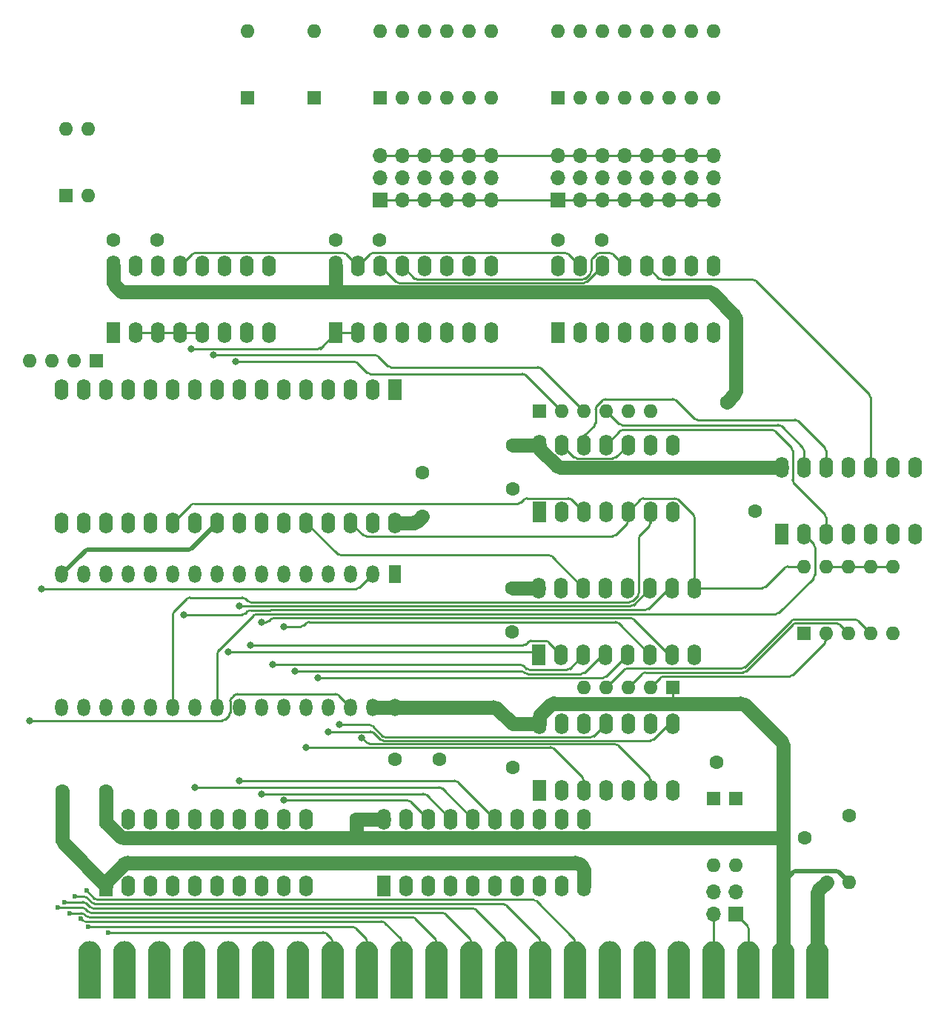
<source format=gbr>
%TF.GenerationSoftware,KiCad,Pcbnew,7.0.9*%
%TF.CreationDate,2023-11-18T14:26:47+01:00*%
%TF.ProjectId,kim-1-RAM-ROM,6b696d2d-312d-4524-914d-2d524f4d2e6b,rev?*%
%TF.SameCoordinates,Original*%
%TF.FileFunction,Copper,L1,Top*%
%TF.FilePolarity,Positive*%
%FSLAX46Y46*%
G04 Gerber Fmt 4.6, Leading zero omitted, Abs format (unit mm)*
G04 Created by KiCad (PCBNEW 7.0.9) date 2023-11-18 14:26:47*
%MOMM*%
%LPD*%
G01*
G04 APERTURE LIST*
G04 Aperture macros list*
%AMFreePoly0*
4,1,22,-1.300000,3.270000,1.300000,3.270000,1.300000,-1.970000,1.280250,-2.195743,1.221600,-2.414626,1.125833,-2.620000,0.995858,-2.805624,0.835624,-2.965858,0.650000,-3.095833,0.444626,-3.191600,0.225743,-3.250250,0.000000,-3.270000,-0.225743,-3.250250,-0.444626,-3.191600,-0.650000,-3.095833,-0.835624,-2.965858,-0.995858,-2.805624,-1.125833,-2.620000,-1.221600,-2.414626,-1.280250,-2.195743,
-1.300000,-1.970000,-1.300000,3.270000,-1.300000,3.270000,$1*%
G04 Aperture macros list end*
%TA.AperFunction,ComponentPad*%
%ADD10R,1.600000X2.400000*%
%TD*%
%TA.AperFunction,ComponentPad*%
%ADD11O,1.600000X2.400000*%
%TD*%
%TA.AperFunction,ComponentPad*%
%ADD12R,1.600000X1.600000*%
%TD*%
%TA.AperFunction,ComponentPad*%
%ADD13O,1.600000X1.600000*%
%TD*%
%TA.AperFunction,ComponentPad*%
%ADD14C,1.600000*%
%TD*%
%TA.AperFunction,ConnectorPad*%
%ADD15FreePoly0,180.000000*%
%TD*%
%TA.AperFunction,ComponentPad*%
%ADD16R,1.700000X1.700000*%
%TD*%
%TA.AperFunction,ComponentPad*%
%ADD17O,1.700000X1.700000*%
%TD*%
%TA.AperFunction,ComponentPad*%
%ADD18R,1.440000X2.000000*%
%TD*%
%TA.AperFunction,ComponentPad*%
%ADD19O,1.440000X2.000000*%
%TD*%
%TA.AperFunction,ViaPad*%
%ADD20C,1.600000*%
%TD*%
%TA.AperFunction,ViaPad*%
%ADD21C,1.200000*%
%TD*%
%TA.AperFunction,ViaPad*%
%ADD22C,0.600000*%
%TD*%
%TA.AperFunction,ViaPad*%
%ADD23C,0.800000*%
%TD*%
%TA.AperFunction,Conductor*%
%ADD24C,0.250000*%
%TD*%
%TA.AperFunction,Conductor*%
%ADD25C,1.600000*%
%TD*%
%TA.AperFunction,Conductor*%
%ADD26C,0.500000*%
%TD*%
G04 APERTURE END LIST*
D10*
%TO.P,U1,1*%
%TO.N,Net-(D1-K)*%
X144900000Y-147650000D03*
D11*
%TO.P,U1,2*%
%TO.N,Net-(U10-OE)*%
X147440000Y-147650000D03*
%TO.P,U1,3*%
%TO.N,Net-(U1-Pad3)*%
X149980000Y-147650000D03*
%TO.P,U1,4*%
%TO.N,Net-(D2-K)*%
X152520000Y-147650000D03*
%TO.P,U1,5*%
%TO.N,GND*%
X155060000Y-147650000D03*
%TO.P,U1,6*%
%TO.N,unconnected-(U1-Pad6)*%
X157600000Y-147650000D03*
%TO.P,U1,7,GND*%
%TO.N,GND*%
X160140000Y-147650000D03*
%TO.P,U1,8*%
%TO.N,unconnected-(U1-Pad8)*%
X160140000Y-140030000D03*
%TO.P,U1,9*%
%TO.N,GND*%
X157600000Y-140030000D03*
%TO.P,U1,10*%
%TO.N,Net-(U7-P3)*%
X155060000Y-140030000D03*
%TO.P,U1,11*%
%TO.N,/A15*%
X152520000Y-140030000D03*
%TO.P,U1,12*%
%TO.N,Net-(U1-Pad12)*%
X149980000Y-140030000D03*
%TO.P,U1,13*%
%TO.N,Net-(RN2-R3)*%
X147440000Y-140030000D03*
%TO.P,U1,14,VCC*%
%TO.N,+5V*%
X144900000Y-140030000D03*
%TD*%
D12*
%TO.P,SW1,1*%
%TO.N,Net-(D1-K)*%
X147440000Y-158950000D03*
D13*
%TO.P,SW1,2*%
%TO.N,Net-(RN1-R1)*%
X149980000Y-158950000D03*
%TO.P,SW1,3*%
%TO.N,Net-(RN1-R2)*%
X152520000Y-158950000D03*
%TO.P,SW1,4*%
%TO.N,Net-(RN1-R3)*%
X155060000Y-158950000D03*
%TO.P,SW1,5*%
%TO.N,Net-(RN1-R4)*%
X157600000Y-158950000D03*
%TO.P,SW1,6*%
%TO.N,Net-(U11-CS2)*%
X157600000Y-151330000D03*
%TO.P,SW1,7*%
X155060000Y-151330000D03*
%TO.P,SW1,8*%
X152520000Y-151330000D03*
%TO.P,SW1,9*%
X149980000Y-151330000D03*
%TO.P,SW1,10*%
X147440000Y-151330000D03*
%TD*%
D14*
%TO.P,C12,1*%
%TO.N,+5V*%
X145080000Y-187390000D03*
%TO.P,C12,2*%
%TO.N,GND*%
X150080000Y-187390000D03*
%TD*%
%TO.P,R2,1*%
%TO.N,Net-(D2-A)*%
X152630000Y-179770000D03*
D13*
%TO.P,R2,2*%
%TO.N,+5V*%
X152630000Y-187390000D03*
%TD*%
D10*
%TO.P,U4,1,G1*%
%TO.N,GND*%
X99440000Y-187810000D03*
D11*
%TO.P,U4,2,A0*%
%TO.N,/KIM_A8*%
X101980000Y-187810000D03*
%TO.P,U4,3,A1*%
%TO.N,/KIM_A9*%
X104520000Y-187810000D03*
%TO.P,U4,4,A2*%
%TO.N,/KIM_A10*%
X107060000Y-187810000D03*
%TO.P,U4,5,A3*%
%TO.N,/KIM_A11*%
X109600000Y-187810000D03*
%TO.P,U4,6,A4*%
%TO.N,/KIM_A12*%
X112140000Y-187810000D03*
%TO.P,U4,7,A5*%
%TO.N,/KIM_A13*%
X114680000Y-187810000D03*
%TO.P,U4,8,A6*%
%TO.N,/KIM_A14*%
X117220000Y-187810000D03*
%TO.P,U4,9,A7*%
%TO.N,/KIM_A15*%
X119760000Y-187810000D03*
%TO.P,U4,10,GND*%
%TO.N,GND*%
X122300000Y-187810000D03*
%TO.P,U4,11,Y7*%
%TO.N,/A15*%
X122300000Y-180190000D03*
%TO.P,U4,12,Y6*%
%TO.N,/A14*%
X119760000Y-180190000D03*
%TO.P,U4,13,Y5*%
%TO.N,/A13*%
X117220000Y-180190000D03*
%TO.P,U4,14,Y4*%
%TO.N,/A12*%
X114680000Y-180190000D03*
%TO.P,U4,15,Y3*%
%TO.N,/A11*%
X112140000Y-180190000D03*
%TO.P,U4,16,Y2*%
%TO.N,/A10*%
X109600000Y-180190000D03*
%TO.P,U4,17,Y1*%
%TO.N,/A9*%
X107060000Y-180190000D03*
%TO.P,U4,18,Y0*%
%TO.N,/A8*%
X104520000Y-180190000D03*
%TO.P,U4,19,G2*%
%TO.N,GND*%
X101980000Y-180190000D03*
%TO.P,U4,20,VCC*%
%TO.N,+5V*%
X99440000Y-180190000D03*
%TD*%
D10*
%TO.P,U2,1*%
%TO.N,/A13*%
X117220000Y-176950000D03*
D11*
%TO.P,U2,2*%
%TO.N,Net-(RN1-R3)*%
X119760000Y-176950000D03*
%TO.P,U2,3*%
%TO.N,Net-(U10-A13)*%
X122300000Y-176950000D03*
%TO.P,U2,4*%
%TO.N,/A15*%
X124840000Y-176950000D03*
%TO.P,U2,5*%
%TO.N,Net-(RN1-R1)*%
X127380000Y-176950000D03*
%TO.P,U2,6*%
%TO.N,Net-(U10-A15)*%
X129920000Y-176950000D03*
%TO.P,U2,7,GND*%
%TO.N,GND*%
X132460000Y-176950000D03*
%TO.P,U2,8*%
%TO.N,Net-(U10-A14)*%
X132460000Y-169330000D03*
%TO.P,U2,9*%
%TO.N,/A14*%
X129920000Y-169330000D03*
%TO.P,U2,10*%
%TO.N,Net-(RN1-R2)*%
X127380000Y-169330000D03*
%TO.P,U2,11*%
%TO.N,Net-(U10-A12)*%
X124840000Y-169330000D03*
%TO.P,U2,12*%
%TO.N,Net-(RN1-R4)*%
X122300000Y-169330000D03*
%TO.P,U2,13*%
%TO.N,/A12*%
X119760000Y-169330000D03*
%TO.P,U2,14,VCC*%
%TO.N,+5V*%
X117220000Y-169330000D03*
%TD*%
D10*
%TO.P,U7,1,Q0*%
%TO.N,Net-(U7-Q0)*%
X119370000Y-124640000D03*
D11*
%TO.P,U7,2,Q1*%
%TO.N,Net-(U7-Q1)*%
X121910000Y-124640000D03*
%TO.P,U7,3,Q2*%
%TO.N,Net-(U7-Q2)*%
X124450000Y-124640000D03*
%TO.P,U7,4,Q3*%
%TO.N,Net-(U7-Q3)*%
X126990000Y-124640000D03*
%TO.P,U7,5,Q4*%
%TO.N,Net-(U7-Q4)*%
X129530000Y-124640000D03*
%TO.P,U7,6,Q5*%
%TO.N,Net-(U7-Q5)*%
X132070000Y-124640000D03*
%TO.P,U7,7,Q6*%
%TO.N,Net-(U7-Q6)*%
X134610000Y-124640000D03*
%TO.P,U7,8,GND*%
%TO.N,GND*%
X137150000Y-124640000D03*
%TO.P,U7,9,Q7*%
%TO.N,Net-(U7-Q7)*%
X137150000Y-117020000D03*
%TO.P,U7,10,Q8*%
%TO.N,unconnected-(U7-Q8-Pad10)*%
X134610000Y-117020000D03*
%TO.P,U7,11,Q9*%
%TO.N,unconnected-(U7-Q9-Pad11)*%
X132070000Y-117020000D03*
%TO.P,U7,12,P3*%
%TO.N,Net-(U7-P3)*%
X129530000Y-117020000D03*
%TO.P,U7,13,P2*%
%TO.N,/A14*%
X126990000Y-117020000D03*
%TO.P,U7,14,P1*%
%TO.N,/A13*%
X124450000Y-117020000D03*
%TO.P,U7,15,P0*%
%TO.N,/A12*%
X121910000Y-117020000D03*
%TO.P,U7,16,VCC*%
%TO.N,+5V*%
X119370000Y-117020000D03*
%TD*%
D14*
%TO.P,C6,1*%
%TO.N,+5V*%
X114150000Y-153800000D03*
%TO.P,C6,2*%
%TO.N,GND*%
X114150000Y-158800000D03*
%TD*%
D10*
%TO.P,U6,1*%
%TO.N,/A3*%
X117200000Y-161420000D03*
D11*
%TO.P,U6,2*%
%TO.N,/A4*%
X119740000Y-161420000D03*
%TO.P,U6,3*%
%TO.N,/A5*%
X122280000Y-161420000D03*
%TO.P,U6,4*%
%TO.N,/A6*%
X124820000Y-161420000D03*
%TO.P,U6,5*%
%TO.N,/A7*%
X127360000Y-161420000D03*
%TO.P,U6,6*%
%TO.N,/A8*%
X129900000Y-161420000D03*
%TO.P,U6,7*%
%TO.N,/A9*%
X132440000Y-161420000D03*
%TO.P,U6,8,GND*%
%TO.N,GND*%
X134980000Y-161420000D03*
%TO.P,U6,9*%
%TO.N,Net-(U11-CS2)*%
X134980000Y-153800000D03*
%TO.P,U6,10*%
%TO.N,/A10*%
X132440000Y-153800000D03*
%TO.P,U6,11*%
%TO.N,/A11*%
X129900000Y-153800000D03*
%TO.P,U6,12*%
%TO.N,/A15*%
X127360000Y-153800000D03*
%TO.P,U6,13*%
%TO.N,/A14*%
X124820000Y-153800000D03*
%TO.P,U6,14*%
%TO.N,/A13*%
X122280000Y-153800000D03*
%TO.P,U6,15*%
%TO.N,/A12*%
X119740000Y-153800000D03*
%TO.P,U6,16,VCC*%
%TO.N,+5V*%
X117200000Y-153800000D03*
%TD*%
D15*
%TO.P,X1,1,SYNC*%
%TO.N,unconnected-(X1-SYNC-Pad1)*%
X65880000Y-197460000D03*
%TO.P,X1,2,~{RDY}*%
%TO.N,unconnected-(X1-~{RDY}-Pad2)*%
X69840000Y-197460000D03*
%TO.P,X1,3,\u00D81*%
%TO.N,unconnected-(X1-\u00D81-Pad3)*%
X73800000Y-197460000D03*
%TO.P,X1,4,~{IRQ}*%
%TO.N,unconnected-(X1-~{IRQ}-Pad4)*%
X77760000Y-197460000D03*
%TO.P,X1,5,R0*%
%TO.N,unconnected-(X1-R0-Pad5)*%
X81720000Y-197460000D03*
%TO.P,X1,6,~{NMI}*%
%TO.N,unconnected-(X1-~{NMI}-Pad6)*%
X85680000Y-197460000D03*
%TO.P,X1,7,~{RES}*%
%TO.N,unconnected-(X1-~{RES}-Pad7)*%
X89640000Y-197460000D03*
%TO.P,X1,8,D7*%
%TO.N,/D7*%
X93600000Y-197460000D03*
%TO.P,X1,9,D6*%
%TO.N,/D6*%
X97560000Y-197460000D03*
%TO.P,X1,10,D5*%
%TO.N,/D5*%
X101520000Y-197460000D03*
%TO.P,X1,11,D4*%
%TO.N,/D4*%
X105480000Y-197460000D03*
%TO.P,X1,12,D3*%
%TO.N,/D3*%
X109440000Y-197460000D03*
%TO.P,X1,13,D2*%
%TO.N,/D2*%
X113400000Y-197460000D03*
%TO.P,X1,14,D1*%
%TO.N,/D1*%
X117360000Y-197460000D03*
%TO.P,X1,15,D0*%
%TO.N,/D0*%
X121320000Y-197460000D03*
%TO.P,X1,16,K6*%
%TO.N,unconnected-(X1-K6-Pad16)*%
X125280000Y-197460000D03*
%TO.P,X1,17,SST*%
%TO.N,unconnected-(X1-SST-Pad17)*%
X129240000Y-197460000D03*
%TO.P,X1,18,+7.5V_RAW*%
%TO.N,unconnected-(X1-+7.5V_RAW-Pad18)*%
X133200000Y-197460000D03*
%TO.P,X1,19,~{VECTOR_FETCH}*%
%TO.N,/K7*%
X137160000Y-197460000D03*
%TO.P,X1,20,~{DECODE_ENABLE}*%
%TO.N,/~{DECEN}*%
X141120000Y-197460000D03*
%TO.P,X1,21,+5V*%
%TO.N,+5V*%
X145080000Y-197460000D03*
%TO.P,X1,22,GND*%
%TO.N,GND*%
X149040000Y-197460000D03*
%TD*%
D10*
%TO.P,U5,1,G1*%
%TO.N,GND*%
X67740000Y-187810000D03*
D11*
%TO.P,U5,2,A0*%
%TO.N,/KIM_A0*%
X70280000Y-187810000D03*
%TO.P,U5,3,A1*%
%TO.N,/KIM_A1*%
X72820000Y-187810000D03*
%TO.P,U5,4,A2*%
%TO.N,/KIM_A2*%
X75360000Y-187810000D03*
%TO.P,U5,5,A3*%
%TO.N,/KIM_A3*%
X77900000Y-187810000D03*
%TO.P,U5,6,A4*%
%TO.N,/KIM_A4*%
X80440000Y-187810000D03*
%TO.P,U5,7,A5*%
%TO.N,/KIM_A5*%
X82980000Y-187810000D03*
%TO.P,U5,8,A6*%
%TO.N,/KIM_A6*%
X85520000Y-187810000D03*
%TO.P,U5,9,A7*%
%TO.N,/KIM_A7*%
X88060000Y-187810000D03*
%TO.P,U5,10,GND*%
%TO.N,GND*%
X90600000Y-187810000D03*
%TO.P,U5,11,Y7*%
%TO.N,/A7*%
X90600000Y-180190000D03*
%TO.P,U5,12,Y6*%
%TO.N,/A6*%
X88060000Y-180190000D03*
%TO.P,U5,13,Y5*%
%TO.N,/A5*%
X85520000Y-180190000D03*
%TO.P,U5,14,Y4*%
%TO.N,/A4*%
X82980000Y-180190000D03*
%TO.P,U5,15,Y3*%
%TO.N,/A3*%
X80440000Y-180190000D03*
%TO.P,U5,16,Y2*%
%TO.N,/A2*%
X77900000Y-180190000D03*
%TO.P,U5,17,Y1*%
%TO.N,/A1*%
X75360000Y-180190000D03*
%TO.P,U5,18,Y0*%
%TO.N,/A0*%
X72820000Y-180190000D03*
%TO.P,U5,19,G2*%
%TO.N,GND*%
X70280000Y-180190000D03*
%TO.P,U5,20,VCC*%
%TO.N,+5V*%
X67740000Y-180190000D03*
%TD*%
D12*
%TO.P,RN1,1,common*%
%TO.N,+5V*%
X132460000Y-165190000D03*
D13*
%TO.P,RN1,2,R1*%
%TO.N,Net-(RN1-R1)*%
X129920000Y-165190000D03*
%TO.P,RN1,3,R2*%
%TO.N,Net-(RN1-R2)*%
X127380000Y-165190000D03*
%TO.P,RN1,4,R3*%
%TO.N,Net-(RN1-R3)*%
X124840000Y-165190000D03*
%TO.P,RN1,5,R4*%
%TO.N,Net-(RN1-R4)*%
X122300000Y-165190000D03*
%TD*%
D14*
%TO.P,C5,1*%
%TO.N,+5V*%
X67740000Y-176990000D03*
%TO.P,C5,2*%
%TO.N,GND*%
X62740000Y-176990000D03*
%TD*%
D12*
%TO.P,D1,1,K*%
%TO.N,Net-(D1-K)*%
X137160000Y-177870000D03*
D13*
%TO.P,D1,2,A*%
%TO.N,Net-(D1-A)*%
X137160000Y-185490000D03*
%TD*%
D14*
%TO.P,C13,1*%
%TO.N,+5V*%
X145080000Y-182390000D03*
%TO.P,C13,2*%
%TO.N,GND*%
X147580000Y-182390000D03*
%TD*%
%TO.P,C7,1*%
%TO.N,+5V*%
X119370000Y-114030000D03*
%TO.P,C7,2*%
%TO.N,GND*%
X124369901Y-114030000D03*
%TD*%
%TO.P,C11,1*%
%TO.N,+5V*%
X103830000Y-145620000D03*
%TO.P,C11,2*%
%TO.N,GND*%
X103830000Y-140620000D03*
%TD*%
D10*
%TO.P,U9,1,Q0*%
%TO.N,unconnected-(U9-Q0-Pad1)*%
X68570000Y-124640000D03*
D11*
%TO.P,U9,2,Q1*%
%TO.N,Net-(U9-Q1)*%
X71110000Y-124640000D03*
%TO.P,U9,3,Q2*%
X73650000Y-124640000D03*
%TO.P,U9,4,Q3*%
X76190000Y-124640000D03*
%TO.P,U9,5,Q4*%
X78730000Y-124640000D03*
%TO.P,U9,6,Q5*%
%TO.N,unconnected-(U9-Q5-Pad6)*%
X81270000Y-124640000D03*
%TO.P,U9,7,Q6*%
%TO.N,Net-(U9-Q6)*%
X83810000Y-124640000D03*
%TO.P,U9,8,GND*%
%TO.N,GND*%
X86350000Y-124640000D03*
%TO.P,U9,9,Q7*%
%TO.N,Net-(U9-Q6)*%
X86350000Y-117020000D03*
%TO.P,U9,10,Q8*%
%TO.N,unconnected-(U9-Q8-Pad10)*%
X83810000Y-117020000D03*
%TO.P,U9,11,Q9*%
%TO.N,unconnected-(U9-Q9-Pad11)*%
X81270000Y-117020000D03*
%TO.P,U9,12,P3*%
%TO.N,Net-(RN2-R3)*%
X78730000Y-117020000D03*
%TO.P,U9,13,P2*%
%TO.N,/A12*%
X76190000Y-117020000D03*
%TO.P,U9,14,P1*%
%TO.N,/A11*%
X73650000Y-117020000D03*
%TO.P,U9,15,P0*%
%TO.N,/A10*%
X71110000Y-117020000D03*
%TO.P,U9,16,VCC*%
%TO.N,+5V*%
X68570000Y-117020000D03*
%TD*%
D16*
%TO.P,J1,1,Pin_1*%
%TO.N,Net-(J1-Pin_1)*%
X119370000Y-109460000D03*
D17*
%TO.P,J1,2,Pin_2*%
%TO.N,Net-(J1-Pin_2)*%
X119370000Y-106920000D03*
%TO.P,J1,3,Pin_3*%
%TO.N,Net-(J1-Pin_12)*%
X119370000Y-104380000D03*
%TO.P,J1,4,Pin_4*%
%TO.N,Net-(J1-Pin_1)*%
X121910000Y-109460000D03*
%TO.P,J1,5,Pin_5*%
%TO.N,Net-(J1-Pin_5)*%
X121910000Y-106920000D03*
%TO.P,J1,6,Pin_6*%
%TO.N,Net-(J1-Pin_12)*%
X121910000Y-104380000D03*
%TO.P,J1,7,Pin_7*%
%TO.N,Net-(J1-Pin_1)*%
X124450000Y-109460000D03*
%TO.P,J1,8,Pin_8*%
%TO.N,Net-(J1-Pin_8)*%
X124450000Y-106920000D03*
%TO.P,J1,9,Pin_9*%
%TO.N,Net-(J1-Pin_12)*%
X124450000Y-104380000D03*
%TO.P,J1,10,Pin_10*%
%TO.N,Net-(J1-Pin_1)*%
X126990000Y-109460000D03*
%TO.P,J1,11,Pin_11*%
%TO.N,Net-(J1-Pin_11)*%
X126990000Y-106920000D03*
%TO.P,J1,12,Pin_12*%
%TO.N,Net-(J1-Pin_12)*%
X126990000Y-104380000D03*
%TO.P,J1,13,Pin_13*%
%TO.N,Net-(J1-Pin_1)*%
X129530000Y-109460000D03*
%TO.P,J1,14,Pin_14*%
%TO.N,Net-(J1-Pin_14)*%
X129530000Y-106920000D03*
%TO.P,J1,15,Pin_15*%
%TO.N,Net-(J1-Pin_12)*%
X129530000Y-104380000D03*
%TO.P,J1,16,Pin_16*%
%TO.N,Net-(J1-Pin_1)*%
X132070000Y-109460000D03*
%TO.P,J1,17,Pin_17*%
%TO.N,Net-(J1-Pin_17)*%
X132070000Y-106920000D03*
%TO.P,J1,18,Pin_18*%
%TO.N,Net-(J1-Pin_12)*%
X132070000Y-104380000D03*
%TO.P,J1,19,Pin_\u00BA9*%
%TO.N,Net-(J1-Pin_1)*%
X134610000Y-109460000D03*
%TO.P,J1,20,Pin_20*%
%TO.N,Net-(J1-Pin_20)*%
X134610000Y-106920000D03*
%TO.P,J1,21,Pin_21*%
%TO.N,Net-(J1-Pin_12)*%
X134610000Y-104380000D03*
%TO.P,J1,22,Pin_22*%
%TO.N,Net-(J1-Pin_1)*%
X137150000Y-109460000D03*
%TO.P,J1,23,Pin_23*%
%TO.N,Net-(J1-Pin_23)*%
X137150000Y-106920000D03*
%TO.P,J1,24,Pin_24*%
%TO.N,Net-(J1-Pin_12)*%
X137150000Y-104380000D03*
%TD*%
D14*
%TO.P,C4,1*%
%TO.N,+5V*%
X96310000Y-180190000D03*
%TO.P,C4,2*%
%TO.N,GND*%
X96310000Y-185190000D03*
%TD*%
D18*
%TO.P,U10,1,NC*%
%TO.N,unconnected-(U10-NC-Pad1)*%
X100780000Y-152190000D03*
D19*
%TO.P,U10,2,A16*%
%TO.N,Net-(RN3-R2)*%
X98240000Y-152190000D03*
%TO.P,U10,3,A15*%
%TO.N,Net-(U10-A15)*%
X95700000Y-152190000D03*
%TO.P,U10,4,A12*%
%TO.N,Net-(U10-A12)*%
X93160000Y-152190000D03*
%TO.P,U10,5,A7*%
%TO.N,/A7*%
X90620000Y-152190000D03*
%TO.P,U10,6,A6*%
%TO.N,/A6*%
X88080000Y-152190000D03*
%TO.P,U10,7,A5*%
%TO.N,/A5*%
X85540000Y-152190000D03*
%TO.P,U10,8,A4*%
%TO.N,/A4*%
X83000000Y-152190000D03*
%TO.P,U10,9,A3*%
%TO.N,/A3*%
X80460000Y-152190000D03*
%TO.P,U10,10,A2*%
%TO.N,/A2*%
X77920000Y-152190000D03*
%TO.P,U10,11,A1*%
%TO.N,/A1*%
X75380000Y-152190000D03*
%TO.P,U10,12,A0*%
%TO.N,/A0*%
X72840000Y-152190000D03*
%TO.P,U10,13,D0*%
%TO.N,/D0*%
X70300000Y-152190000D03*
%TO.P,U10,14,D1*%
%TO.N,/D1*%
X67760000Y-152190000D03*
%TO.P,U10,15,D2*%
%TO.N,/D2*%
X65220000Y-152190000D03*
%TO.P,U10,16,GND*%
%TO.N,GND*%
X62680000Y-152190000D03*
%TO.P,U10,17,D3*%
%TO.N,/D3*%
X62680000Y-167430000D03*
%TO.P,U10,18,D4*%
%TO.N,/D4*%
X65220000Y-167430000D03*
%TO.P,U10,19,D5*%
%TO.N,/D5*%
X67760000Y-167430000D03*
%TO.P,U10,20,D6*%
%TO.N,/D6*%
X70300000Y-167430000D03*
%TO.P,U10,21,D7*%
%TO.N,/D7*%
X72840000Y-167430000D03*
%TO.P,U10,22,CE*%
%TO.N,Net-(U10-CE)*%
X75380000Y-167430000D03*
%TO.P,U10,23,A10*%
%TO.N,/A10*%
X77920000Y-167430000D03*
%TO.P,U10,24,OE*%
%TO.N,Net-(U10-OE)*%
X80460000Y-167430000D03*
%TO.P,U10,25,A11*%
%TO.N,/A11*%
X83000000Y-167430000D03*
%TO.P,U10,26,A9*%
%TO.N,/A9*%
X85540000Y-167430000D03*
%TO.P,U10,27,A8*%
%TO.N,/A8*%
X88080000Y-167430000D03*
%TO.P,U10,28,A13*%
%TO.N,Net-(U10-A13)*%
X90620000Y-167430000D03*
%TO.P,U10,29,A14*%
%TO.N,Net-(U10-A14)*%
X93160000Y-167430000D03*
%TO.P,U10,30,A17*%
%TO.N,Net-(RN3-R3)*%
X95700000Y-167430000D03*
%TO.P,U10,31,PGM*%
%TO.N,+5V*%
X98240000Y-167430000D03*
%TO.P,U10,32,VCC*%
X100780000Y-167430000D03*
%TD*%
D12*
%TO.P,SW5,1*%
%TO.N,Net-(U9-Q1)*%
X83890000Y-97780000D03*
D13*
%TO.P,SW5,2*%
%TO.N,Net-(RN2-R2)*%
X83890000Y-90160000D03*
%TD*%
D14*
%TO.P,C8,1*%
%TO.N,+5V*%
X93970000Y-114040000D03*
%TO.P,C8,2*%
%TO.N,GND*%
X98970000Y-114040000D03*
%TD*%
D10*
%TO.P,U8,1,Q0*%
%TO.N,Net-(RN2-R3)*%
X93970000Y-124640000D03*
D11*
%TO.P,U8,2,Q1*%
X96510000Y-124640000D03*
%TO.P,U8,3,Q2*%
%TO.N,Net-(U8-Q2)*%
X99050000Y-124640000D03*
%TO.P,U8,4,Q3*%
%TO.N,Net-(U8-Q3)*%
X101590000Y-124640000D03*
%TO.P,U8,5,Q4*%
%TO.N,Net-(U8-Q4)*%
X104130000Y-124640000D03*
%TO.P,U8,6,Q5*%
%TO.N,Net-(U8-Q5)*%
X106670000Y-124640000D03*
%TO.P,U8,7,Q6*%
%TO.N,Net-(U8-Q6)*%
X109210000Y-124640000D03*
%TO.P,U8,8,GND*%
%TO.N,GND*%
X111750000Y-124640000D03*
%TO.P,U8,9,Q7*%
%TO.N,Net-(U8-Q7)*%
X111750000Y-117020000D03*
%TO.P,U8,10,Q8*%
%TO.N,unconnected-(U8-Q8-Pad10)*%
X109210000Y-117020000D03*
%TO.P,U8,11,Q9*%
%TO.N,unconnected-(U8-Q9-Pad11)*%
X106670000Y-117020000D03*
%TO.P,U8,12,P3*%
%TO.N,/A15*%
X104130000Y-117020000D03*
%TO.P,U8,13,P2*%
%TO.N,/A14*%
X101590000Y-117020000D03*
%TO.P,U8,14,P1*%
%TO.N,/A13*%
X99050000Y-117020000D03*
%TO.P,U8,15,P0*%
%TO.N,/A12*%
X96510000Y-117020000D03*
%TO.P,U8,16,VCC*%
%TO.N,+5V*%
X93970000Y-117020000D03*
%TD*%
D12*
%TO.P,RN3,1,common*%
%TO.N,+5V*%
X66600000Y-127830000D03*
D13*
%TO.P,RN3,2,R1*%
%TO.N,unconnected-(RN3-R1-Pad2)*%
X64060000Y-127830000D03*
%TO.P,RN3,3,R2*%
%TO.N,Net-(RN3-R2)*%
X61520000Y-127830000D03*
%TO.P,RN3,4,R3*%
%TO.N,Net-(RN3-R3)*%
X58980000Y-127830000D03*
%TD*%
D16*
%TO.P,J2,1,Pin_1*%
%TO.N,Net-(J1-Pin_1)*%
X99050000Y-109460000D03*
D17*
%TO.P,J2,2,Pin_2*%
%TO.N,Net-(J2-Pin_2)*%
X99050000Y-106920000D03*
%TO.P,J2,3,Pin_3*%
%TO.N,Net-(J1-Pin_12)*%
X99050000Y-104380000D03*
%TO.P,J2,4,Pin_4*%
%TO.N,Net-(J1-Pin_1)*%
X101590000Y-109460000D03*
%TO.P,J2,5,Pin_5*%
%TO.N,Net-(J2-Pin_5)*%
X101590000Y-106920000D03*
%TO.P,J2,6,Pin_6*%
%TO.N,Net-(J1-Pin_12)*%
X101590000Y-104380000D03*
%TO.P,J2,7,Pin_7*%
%TO.N,Net-(J1-Pin_1)*%
X104130000Y-109460000D03*
%TO.P,J2,8,Pin_8*%
%TO.N,Net-(J2-Pin_8)*%
X104130000Y-106920000D03*
%TO.P,J2,9,Pin_9*%
%TO.N,Net-(J1-Pin_12)*%
X104130000Y-104380000D03*
%TO.P,J2,10,Pin_10*%
%TO.N,Net-(J1-Pin_1)*%
X106670000Y-109460000D03*
%TO.P,J2,11,Pin_11*%
%TO.N,Net-(J2-Pin_11)*%
X106670000Y-106920000D03*
%TO.P,J2,12,Pin_12*%
%TO.N,Net-(J1-Pin_12)*%
X106670000Y-104380000D03*
%TO.P,J2,13,Pin_13*%
%TO.N,Net-(J1-Pin_1)*%
X109210000Y-109460000D03*
%TO.P,J2,14,Pin_14*%
%TO.N,Net-(J2-Pin_14)*%
X109210000Y-106920000D03*
%TO.P,J2,15,Pin_15*%
%TO.N,Net-(J1-Pin_12)*%
X109210000Y-104380000D03*
%TO.P,J2,16,Pin_16*%
%TO.N,Net-(J1-Pin_1)*%
X111750000Y-109460000D03*
%TO.P,J2,17,Pin_17*%
%TO.N,Net-(J2-Pin_17)*%
X111750000Y-106920000D03*
%TO.P,J2,18,Pin_18*%
%TO.N,Net-(J1-Pin_12)*%
X111750000Y-104380000D03*
%TD*%
D14*
%TO.P,C9,1*%
%TO.N,+5V*%
X68570000Y-114040000D03*
%TO.P,C9,2*%
%TO.N,GND*%
X73570000Y-114040000D03*
%TD*%
D10*
%TO.P,U11,1,NC*%
%TO.N,unconnected-(U11-NC-Pad1)*%
X100780000Y-131090000D03*
D11*
%TO.P,U11,2,A16*%
%TO.N,GND*%
X98240000Y-131090000D03*
%TO.P,U11,3,A14*%
%TO.N,/A14*%
X95700000Y-131090000D03*
%TO.P,U11,4,A12*%
%TO.N,/A12*%
X93160000Y-131090000D03*
%TO.P,U11,5,A7*%
%TO.N,/A7*%
X90620000Y-131090000D03*
%TO.P,U11,6,A6*%
%TO.N,/A6*%
X88080000Y-131090000D03*
%TO.P,U11,7,A5*%
%TO.N,/A5*%
X85540000Y-131090000D03*
%TO.P,U11,8,A4*%
%TO.N,/A4*%
X83000000Y-131090000D03*
%TO.P,U11,9,A3*%
%TO.N,/A3*%
X80460000Y-131090000D03*
%TO.P,U11,10,A2*%
%TO.N,/A2*%
X77920000Y-131090000D03*
%TO.P,U11,11,A1*%
%TO.N,/A1*%
X75380000Y-131090000D03*
%TO.P,U11,12,A0*%
%TO.N,/A0*%
X72840000Y-131090000D03*
%TO.P,U11,13,Q0*%
%TO.N,/D0*%
X70300000Y-131090000D03*
%TO.P,U11,14,Q1*%
%TO.N,/D1*%
X67760000Y-131090000D03*
%TO.P,U11,15,Q2*%
%TO.N,/D2*%
X65220000Y-131090000D03*
%TO.P,U11,16,GND*%
%TO.N,GND*%
X62680000Y-131090000D03*
%TO.P,U11,17,Q3*%
%TO.N,/D3*%
X62680000Y-146330000D03*
%TO.P,U11,18,Q4*%
%TO.N,/D4*%
X65220000Y-146330000D03*
%TO.P,U11,19,Q5*%
%TO.N,/D5*%
X67760000Y-146330000D03*
%TO.P,U11,20,Q6*%
%TO.N,/D6*%
X70300000Y-146330000D03*
%TO.P,U11,21,Q7*%
%TO.N,/D7*%
X72840000Y-146330000D03*
%TO.P,U11,22,~{CS1}*%
%TO.N,Net-(U11-~{CS1})*%
X75380000Y-146330000D03*
%TO.P,U11,23,A10*%
%TO.N,/A10*%
X77920000Y-146330000D03*
%TO.P,U11,24,~{OE}*%
%TO.N,GND*%
X80460000Y-146330000D03*
%TO.P,U11,25,A11*%
%TO.N,/A11*%
X83000000Y-146330000D03*
%TO.P,U11,26,A9*%
%TO.N,/A9*%
X85540000Y-146330000D03*
%TO.P,U11,27,A8*%
%TO.N,/A8*%
X88080000Y-146330000D03*
%TO.P,U11,28,A13*%
%TO.N,/A13*%
X90620000Y-146330000D03*
%TO.P,U11,29,~{WE}*%
%TO.N,/R{slash}~{W}*%
X93160000Y-146330000D03*
%TO.P,U11,30,CS2*%
%TO.N,Net-(U11-CS2)*%
X95700000Y-146330000D03*
%TO.P,U11,31,A15*%
%TO.N,/A15*%
X98240000Y-146330000D03*
%TO.P,U11,32,VCC*%
%TO.N,+5V*%
X100780000Y-146330000D03*
%TD*%
D10*
%TO.P,U3,1*%
%TO.N,Net-(RN2-R2)*%
X117220000Y-145060000D03*
D11*
%TO.P,U3,2*%
%TO.N,Net-(J1-Pin_12)*%
X119760000Y-145060000D03*
%TO.P,U3,3*%
%TO.N,Net-(U11-~{CS1})*%
X122300000Y-145060000D03*
%TO.P,U3,4*%
%TO.N,Net-(U3-Pad4)*%
X124840000Y-145060000D03*
%TO.P,U3,5*%
%TO.N,Net-(U11-CS2)*%
X127380000Y-145060000D03*
%TO.P,U3,6*%
%TO.N,Net-(U10-CE)*%
X129920000Y-145060000D03*
%TO.P,U3,7,GND*%
%TO.N,GND*%
X132460000Y-145060000D03*
%TO.P,U3,8*%
%TO.N,Net-(U3-Pad4)*%
X132460000Y-137440000D03*
%TO.P,U3,9*%
%TO.N,Net-(J1-Pin_1)*%
X129920000Y-137440000D03*
%TO.P,U3,10*%
%TO.N,Net-(RN2-R1)*%
X127380000Y-137440000D03*
%TO.P,U3,11*%
%TO.N,Net-(U1-Pad3)*%
X124840000Y-137440000D03*
%TO.P,U3,12*%
%TO.N,Net-(U1-Pad12)*%
X122300000Y-137440000D03*
%TO.P,U3,13*%
%TO.N,Net-(RN2-R1)*%
X119760000Y-137440000D03*
%TO.P,U3,14,VCC*%
%TO.N,+5V*%
X117220000Y-137440000D03*
%TD*%
D14*
%TO.P,C1,1*%
%TO.N,+5V*%
X141850000Y-140030000D03*
%TO.P,C1,2*%
%TO.N,GND*%
X141850000Y-145030000D03*
%TD*%
D12*
%TO.P,SW6,1*%
%TO.N,Net-(RN3-R3)*%
X63150000Y-108920000D03*
D13*
%TO.P,SW6,2*%
%TO.N,Net-(RN3-R2)*%
X65690000Y-108920000D03*
%TO.P,SW6,3*%
%TO.N,GND*%
X65690000Y-101300000D03*
%TO.P,SW6,4*%
X63150000Y-101300000D03*
%TD*%
D14*
%TO.P,C3,1*%
%TO.N,+5V*%
X114170000Y-137440000D03*
%TO.P,C3,2*%
%TO.N,GND*%
X114170000Y-142440000D03*
%TD*%
D12*
%TO.P,SW2,1*%
%TO.N,Net-(J1-Pin_2)*%
X119370000Y-97780000D03*
D13*
%TO.P,SW2,2*%
%TO.N,Net-(J1-Pin_5)*%
X121910000Y-97780000D03*
%TO.P,SW2,3*%
%TO.N,Net-(J1-Pin_8)*%
X124450000Y-97780000D03*
%TO.P,SW2,4*%
%TO.N,Net-(J1-Pin_11)*%
X126990000Y-97780000D03*
%TO.P,SW2,5*%
%TO.N,Net-(J1-Pin_14)*%
X129530000Y-97780000D03*
%TO.P,SW2,6*%
%TO.N,Net-(J1-Pin_17)*%
X132070000Y-97780000D03*
%TO.P,SW2,7*%
%TO.N,Net-(J1-Pin_20)*%
X134610000Y-97780000D03*
%TO.P,SW2,8*%
%TO.N,Net-(J1-Pin_23)*%
X137150000Y-97780000D03*
%TO.P,SW2,9*%
%TO.N,Net-(U7-Q7)*%
X137150000Y-90160000D03*
%TO.P,SW2,10*%
%TO.N,Net-(U7-Q6)*%
X134610000Y-90160000D03*
%TO.P,SW2,11*%
%TO.N,Net-(U7-Q5)*%
X132070000Y-90160000D03*
%TO.P,SW2,12*%
%TO.N,Net-(U7-Q4)*%
X129530000Y-90160000D03*
%TO.P,SW2,13*%
%TO.N,Net-(U7-Q3)*%
X126990000Y-90160000D03*
%TO.P,SW2,14*%
%TO.N,Net-(U7-Q2)*%
X124450000Y-90160000D03*
%TO.P,SW2,15*%
%TO.N,Net-(U7-Q1)*%
X121910000Y-90160000D03*
%TO.P,SW2,16*%
%TO.N,Net-(U7-Q0)*%
X119370000Y-90160000D03*
%TD*%
D14*
%TO.P,C2,1*%
%TO.N,+5V*%
X114170000Y-169330000D03*
%TO.P,C2,2*%
%TO.N,GND*%
X114170000Y-174330000D03*
%TD*%
D16*
%TO.P,J3,1,Pin_1*%
%TO.N,/~{DECEN}*%
X139690000Y-191050000D03*
D17*
%TO.P,J3,2,Pin_2*%
%TO.N,/K7*%
X137150000Y-191050000D03*
%TO.P,J3,3,Pin_3*%
%TO.N,Net-(D2-A)*%
X139690000Y-188510000D03*
%TO.P,J3,4,Pin_4*%
%TO.N,Net-(D1-A)*%
X137150000Y-188510000D03*
%TD*%
D12*
%TO.P,RN2,1,common*%
%TO.N,+5V*%
X117220000Y-133560000D03*
D13*
%TO.P,RN2,2,R1*%
%TO.N,Net-(RN2-R1)*%
X119760000Y-133560000D03*
%TO.P,RN2,3,R2*%
%TO.N,Net-(RN2-R2)*%
X122300000Y-133560000D03*
%TO.P,RN2,4,R3*%
%TO.N,Net-(RN2-R3)*%
X124840000Y-133560000D03*
%TO.P,RN2,5,R4*%
%TO.N,Net-(J1-Pin_12)*%
X127380000Y-133560000D03*
%TO.P,RN2,6,R5*%
%TO.N,Net-(J1-Pin_1)*%
X129920000Y-133560000D03*
%TD*%
D14*
%TO.P,C10,1*%
%TO.N,+5V*%
X100780000Y-173340000D03*
%TO.P,C10,2*%
%TO.N,GND*%
X105780000Y-173340000D03*
%TD*%
D12*
%TO.P,D2,1,K*%
%TO.N,Net-(D2-K)*%
X139700000Y-177870000D03*
D13*
%TO.P,D2,2,A*%
%TO.N,Net-(D2-A)*%
X139700000Y-185490000D03*
%TD*%
D12*
%TO.P,SW3,1*%
%TO.N,Net-(J2-Pin_2)*%
X99050000Y-97780000D03*
D13*
%TO.P,SW3,2*%
%TO.N,Net-(J2-Pin_5)*%
X101590000Y-97780000D03*
%TO.P,SW3,3*%
%TO.N,Net-(J2-Pin_8)*%
X104130000Y-97780000D03*
%TO.P,SW3,4*%
%TO.N,Net-(J2-Pin_11)*%
X106670000Y-97780000D03*
%TO.P,SW3,5*%
%TO.N,Net-(J2-Pin_14)*%
X109210000Y-97780000D03*
%TO.P,SW3,6*%
%TO.N,Net-(J2-Pin_17)*%
X111750000Y-97780000D03*
%TO.P,SW3,7*%
%TO.N,Net-(U8-Q7)*%
X111750000Y-90160000D03*
%TO.P,SW3,8*%
%TO.N,Net-(U8-Q6)*%
X109210000Y-90160000D03*
%TO.P,SW3,9*%
%TO.N,Net-(U8-Q5)*%
X106670000Y-90160000D03*
%TO.P,SW3,10*%
%TO.N,Net-(U8-Q4)*%
X104130000Y-90160000D03*
%TO.P,SW3,11*%
%TO.N,Net-(U8-Q3)*%
X101590000Y-90160000D03*
%TO.P,SW3,12*%
%TO.N,Net-(U8-Q2)*%
X99050000Y-90160000D03*
%TD*%
D12*
%TO.P,SW4,1*%
%TO.N,Net-(U9-Q6)*%
X91470000Y-97780000D03*
D13*
%TO.P,SW4,2*%
%TO.N,Net-(RN2-R1)*%
X91470000Y-90160000D03*
%TD*%
D14*
%TO.P,R1,1*%
%TO.N,Net-(D1-K)*%
X137460000Y-173720000D03*
D13*
%TO.P,R1,2*%
%TO.N,+5V*%
X145080000Y-173720000D03*
%TD*%
D20*
%TO.N,+5V*%
X138650000Y-132530000D03*
D21*
X119370000Y-119980000D03*
D20*
X138650000Y-140017000D03*
X138650000Y-166990000D03*
D22*
%TO.N,/D7*%
X67930000Y-193149000D03*
%TO.N,/D6*%
X65660000Y-192530000D03*
%TO.N,/D5*%
X64850000Y-191600000D03*
%TO.N,/D4*%
X63570000Y-190960000D03*
%TO.N,/D3*%
X62230000Y-190320000D03*
%TO.N,/D2*%
X62940000Y-189680000D03*
%TO.N,/D1*%
X64194500Y-189040000D03*
%TO.N,/D0*%
X65474500Y-188400000D03*
D23*
%TO.N,/A11*%
X83000000Y-175820000D03*
X83000000Y-155870000D03*
%TO.N,/A10*%
X76650000Y-156860000D03*
X77920000Y-176570000D03*
%TO.N,/A9*%
X85540000Y-177320000D03*
X85540000Y-157720000D03*
%TO.N,/A8*%
X88080000Y-158210000D03*
X88080000Y-178070000D03*
%TO.N,/A7*%
X91910000Y-164060000D03*
%TO.N,/A6*%
X89350000Y-163290000D03*
%TO.N,/A5*%
X86770000Y-162570000D03*
%TO.N,/A4*%
X84270000Y-160375500D03*
%TO.N,/A3*%
X81730000Y-161100000D03*
%TO.N,Net-(U10-A12)*%
X94430000Y-169430000D03*
%TO.N,Net-(U10-A13)*%
X90620000Y-171990000D03*
%TO.N,Net-(U10-A14)*%
X93160000Y-170200000D03*
%TO.N,Net-(U10-A15)*%
X96970000Y-170924500D03*
%TO.N,Net-(RN2-R1)*%
X82520000Y-127910000D03*
%TO.N,Net-(RN2-R2)*%
X79980000Y-127170000D03*
%TO.N,Net-(RN2-R3)*%
X77460000Y-126430000D03*
%TO.N,Net-(RN3-R2)*%
X60360000Y-153890000D03*
%TO.N,Net-(RN3-R3)*%
X58980000Y-168960000D03*
%TD*%
D24*
%TO.N,Net-(J1-Pin_12)*%
X137150000Y-104380000D02*
X99050000Y-104380000D01*
D25*
%TO.N,GND*%
X122153553Y-185663553D02*
X121826446Y-185336446D01*
X121472893Y-185190000D02*
X96310000Y-185190000D01*
D26*
X65667107Y-149410000D02*
X77172893Y-149410000D01*
D25*
X62740000Y-182602893D02*
X62740000Y-176990000D01*
X69807969Y-185336447D02*
X67886446Y-187257970D01*
D26*
X77526447Y-149263553D02*
X80460000Y-146330000D01*
D25*
X149040000Y-197460000D02*
X149040000Y-188637107D01*
X67740000Y-187810000D02*
X62886446Y-182956446D01*
X149186447Y-188283553D02*
X150080000Y-187390000D01*
X67740000Y-187611523D02*
X67740000Y-187810000D01*
D26*
X62680000Y-152190000D02*
X65313554Y-149556446D01*
D25*
X96310000Y-185190000D02*
X70161523Y-185190000D01*
X122300000Y-187810000D02*
X122300000Y-186017107D01*
D26*
X65667107Y-149410005D02*
G75*
G03*
X65313554Y-149556446I-7J-499995D01*
G01*
D25*
X62740005Y-182602893D02*
G75*
G03*
X62886446Y-182956446I499995J-7D01*
G01*
D26*
X77172893Y-149409995D02*
G75*
G03*
X77526447Y-149263553I7J499995D01*
G01*
D25*
X70161523Y-185190017D02*
G75*
G03*
X69807970Y-185336448I-23J-499983D01*
G01*
X121826449Y-185336443D02*
G75*
G03*
X121472893Y-185190000I-353549J-353557D01*
G01*
X122299995Y-186017107D02*
G75*
G03*
X122153553Y-185663553I-499995J7D01*
G01*
X149186444Y-188283550D02*
G75*
G03*
X149040000Y-188637107I353556J-353550D01*
G01*
X67886435Y-187257959D02*
G75*
G03*
X67740000Y-187611523I353565J-353541D01*
G01*
%TO.N,+5V*%
X144900000Y-140030000D02*
X119611523Y-140030000D01*
X139690000Y-131282893D02*
X139690000Y-122977107D01*
X140342893Y-166990000D02*
X138650000Y-166990000D01*
X100780000Y-146330000D02*
X102912893Y-146330000D01*
X117200000Y-153800000D02*
X114170000Y-153800000D01*
X96300000Y-182390000D02*
X69741523Y-182390000D01*
X118887107Y-166990000D02*
X138650000Y-166990000D01*
X136686893Y-119974000D02*
X69524000Y-119974000D01*
X145080000Y-197460000D02*
X145080000Y-182390000D01*
X117220000Y-169330000D02*
X114170000Y-169330000D01*
X68570000Y-117020000D02*
X68570000Y-118812893D01*
D26*
X146183553Y-186286447D02*
X145080000Y-187390000D01*
D25*
X119257969Y-139883553D02*
X117366446Y-137992030D01*
X117220000Y-137440000D02*
X114170000Y-137440000D01*
X145080000Y-182390000D02*
X96300000Y-182390000D01*
X96310000Y-180190000D02*
X96310000Y-182380000D01*
X145080000Y-173720000D02*
X145080000Y-171727107D01*
D26*
X152630000Y-187390000D02*
X151526446Y-186286446D01*
D25*
X114170000Y-169330000D02*
X112416446Y-167576446D01*
X117366447Y-168303553D02*
X118533554Y-167136446D01*
X67740000Y-180190000D02*
X67740000Y-176990000D01*
X69387969Y-182243553D02*
X67886446Y-180742030D01*
D26*
X151172893Y-186140000D02*
X146537107Y-186140000D01*
D25*
X68716447Y-119166447D02*
X69524000Y-119974000D01*
X67740000Y-180388477D02*
X67740000Y-180190000D01*
X103266447Y-146183553D02*
X103830000Y-145620000D01*
X117220000Y-169330000D02*
X117220000Y-168657107D01*
X69524000Y-119974000D02*
X93950000Y-119974000D01*
D24*
X132460000Y-165200000D02*
X132460000Y-166990000D01*
D25*
X112062893Y-167430000D02*
X100780000Y-167430000D01*
X145080000Y-182390000D02*
X145080000Y-173720000D01*
X99440000Y-180190000D02*
X96310000Y-180190000D01*
X93970000Y-117020000D02*
X93970000Y-119954000D01*
X96310000Y-182380000D02*
X96300000Y-182390000D01*
X117220000Y-137638477D02*
X117220000Y-137440000D01*
X93970000Y-119954000D02*
X93950000Y-119974000D01*
X144933553Y-171373553D02*
X140696446Y-167136446D01*
X139543553Y-122623553D02*
X137040446Y-120120446D01*
X100780000Y-167430000D02*
X98240000Y-167430000D01*
X138650000Y-132530000D02*
X139543554Y-131636446D01*
X117366444Y-168303550D02*
G75*
G03*
X117220000Y-168657107I353556J-353550D01*
G01*
X102912893Y-146329995D02*
G75*
G03*
X103266447Y-146183553I7J499995D01*
G01*
X119257958Y-139883564D02*
G75*
G03*
X119611523Y-140030000I353542J353564D01*
G01*
X67740017Y-180388477D02*
G75*
G03*
X67886447Y-180742029I499983J-23D01*
G01*
X139689995Y-122977107D02*
G75*
G03*
X139543553Y-122623553I-499995J7D01*
G01*
X118887107Y-166990005D02*
G75*
G03*
X118533554Y-167136446I-7J-499995D01*
G01*
X69387958Y-182243564D02*
G75*
G03*
X69741523Y-182390000I353542J353564D01*
G01*
X112416449Y-167576443D02*
G75*
G03*
X112062893Y-167430000I-353549J-353557D01*
G01*
X139543557Y-131636449D02*
G75*
G03*
X139690000Y-131282893I-353557J353549D01*
G01*
X137040449Y-120120443D02*
G75*
G03*
X136686893Y-119974000I-353549J-353557D01*
G01*
X68570005Y-118812893D02*
G75*
G03*
X68716447Y-119166447I499995J-7D01*
G01*
X117220017Y-137638477D02*
G75*
G03*
X117366447Y-137992029I499983J-23D01*
G01*
X145079995Y-171727107D02*
G75*
G03*
X144933553Y-171373553I-499995J7D01*
G01*
D26*
X146537107Y-186140005D02*
G75*
G03*
X146183553Y-186286447I-7J-499995D01*
G01*
D25*
X140696449Y-167136443D02*
G75*
G03*
X140342893Y-166990000I-353549J-353557D01*
G01*
D26*
X151526449Y-186286443D02*
G75*
G03*
X151172893Y-186140000I-353549J-353557D01*
G01*
D24*
%TO.N,Net-(RN1-R2)*%
X140856447Y-163303553D02*
X146193554Y-157966446D01*
X127380000Y-165190000D02*
X128973554Y-163596446D01*
X146547107Y-157820000D02*
X151182893Y-157820000D01*
X151536447Y-157966447D02*
X152520000Y-158950000D01*
X129327107Y-163450000D02*
X140502893Y-163450000D01*
X129327107Y-163450005D02*
G75*
G03*
X128973554Y-163596446I-7J-499995D01*
G01*
X140502893Y-163449995D02*
G75*
G03*
X140856447Y-163303553I7J499995D01*
G01*
X146547107Y-157820005D02*
G75*
G03*
X146193554Y-157966446I-7J-499995D01*
G01*
X151536450Y-157966444D02*
G75*
G03*
X151182893Y-157820000I-353550J-353556D01*
G01*
%TO.N,/K7*%
X137160000Y-191060000D02*
X137160000Y-197460000D01*
X137150000Y-191050000D02*
X137160000Y-191060000D01*
%TO.N,/D7*%
X67930000Y-193149000D02*
X92551893Y-193149000D01*
X93600000Y-194197107D02*
X93600000Y-197460000D01*
X92905447Y-193295447D02*
X93453554Y-193843554D01*
X93599995Y-194197107D02*
G75*
G03*
X93453554Y-193843554I-499995J7D01*
G01*
X92905450Y-193295444D02*
G75*
G03*
X92551893Y-193149000I-353550J-353556D01*
G01*
%TO.N,/D6*%
X97560000Y-194197107D02*
X97560000Y-197460000D01*
X96240947Y-192670947D02*
X97413554Y-193843554D01*
X65665500Y-192524500D02*
X95887393Y-192524500D01*
X65660000Y-192530000D02*
X65665500Y-192524500D01*
X96240950Y-192670944D02*
G75*
G03*
X95887393Y-192524500I-353550J-353556D01*
G01*
X97559995Y-194197107D02*
G75*
G03*
X97413554Y-193843554I-499995J7D01*
G01*
%TO.N,/D5*%
X99576447Y-192046447D02*
X101373554Y-193843554D01*
X65357107Y-191900000D02*
X99222893Y-191900000D01*
X64850000Y-191600000D02*
X65003554Y-191753554D01*
X101520000Y-194197107D02*
X101520000Y-197460000D01*
X101519995Y-194197107D02*
G75*
G03*
X101373554Y-193843554I-499995J7D01*
G01*
X99576450Y-192046444D02*
G75*
G03*
X99222893Y-191900000I-353550J-353556D01*
G01*
X65003551Y-191753557D02*
G75*
G03*
X65357107Y-191900000I353549J353557D01*
G01*
%TO.N,/D4*%
X63570000Y-190960000D02*
X64886777Y-190960000D01*
X65740991Y-191400000D02*
X102682893Y-191400000D01*
X105480000Y-194197107D02*
X105480000Y-197460000D01*
X103036447Y-191546447D02*
X105333554Y-193843554D01*
X65240331Y-191106447D02*
X65387438Y-191253554D01*
X65387443Y-191253549D02*
G75*
G03*
X65740991Y-191400000I353557J353549D01*
G01*
X105479995Y-194197107D02*
G75*
G03*
X105333554Y-193843554I-499995J7D01*
G01*
X65240342Y-191106436D02*
G75*
G03*
X64886777Y-190960000I-353542J-353564D01*
G01*
X103036450Y-191546444D02*
G75*
G03*
X102682893Y-191400000I-353550J-353556D01*
G01*
%TO.N,/D3*%
X65336447Y-190466447D02*
X65623554Y-190753554D01*
X109440000Y-194197107D02*
X109440000Y-197460000D01*
X62230000Y-190320000D02*
X64982893Y-190320000D01*
X65977107Y-190900000D02*
X106142893Y-190900000D01*
X106496447Y-191046447D02*
X109293554Y-193843554D01*
X109439995Y-194197107D02*
G75*
G03*
X109293554Y-193843554I-499995J7D01*
G01*
X106496450Y-191046444D02*
G75*
G03*
X106142893Y-190900000I-353550J-353556D01*
G01*
X65336450Y-190466444D02*
G75*
G03*
X64982893Y-190320000I-353550J-353556D01*
G01*
X65623551Y-190753557D02*
G75*
G03*
X65977107Y-190900000I353549J353557D01*
G01*
%TO.N,/D2*%
X62940000Y-189680000D02*
X65082893Y-189680000D01*
X65436447Y-189826447D02*
X65863554Y-190253554D01*
X66217107Y-190400000D02*
X109602893Y-190400000D01*
X113400000Y-194197107D02*
X113400000Y-197460000D01*
X109956447Y-190546447D02*
X113253554Y-193843554D01*
X113399995Y-194197107D02*
G75*
G03*
X113253554Y-193843554I-499995J7D01*
G01*
X65436450Y-189826444D02*
G75*
G03*
X65082893Y-189680000I-353550J-353556D01*
G01*
X65863551Y-190253557D02*
G75*
G03*
X66217107Y-190400000I353549J353557D01*
G01*
X109956450Y-190546444D02*
G75*
G03*
X109602893Y-190400000I-353550J-353556D01*
G01*
%TO.N,/D1*%
X65536447Y-189186447D02*
X66103554Y-189753554D01*
X113416447Y-190046447D02*
X117213554Y-193843554D01*
X64194500Y-189040000D02*
X65182893Y-189040000D01*
X66457107Y-189900000D02*
X113062893Y-189900000D01*
X117360000Y-194197107D02*
X117360000Y-197460000D01*
X117359995Y-194197107D02*
G75*
G03*
X117213554Y-193843554I-499995J7D01*
G01*
X66103551Y-189753557D02*
G75*
G03*
X66457107Y-189900000I353549J353557D01*
G01*
X113416450Y-190046444D02*
G75*
G03*
X113062893Y-189900000I-353550J-353556D01*
G01*
X65536450Y-189186444D02*
G75*
G03*
X65182893Y-189040000I-353550J-353556D01*
G01*
%TO.N,/D0*%
X116876447Y-189546447D02*
X121173554Y-193843554D01*
X65474500Y-188400000D02*
X66328054Y-189253554D01*
X66681607Y-189400000D02*
X116522893Y-189400000D01*
X121320000Y-194197107D02*
X121320000Y-197460000D01*
X121319995Y-194197107D02*
G75*
G03*
X121173554Y-193843554I-499995J7D01*
G01*
X66328051Y-189253557D02*
G75*
G03*
X66681607Y-189400000I353549J353557D01*
G01*
X116876450Y-189546444D02*
G75*
G03*
X116522893Y-189400000I-353550J-353556D01*
G01*
%TO.N,/~{DECEN}*%
X141120000Y-197460000D02*
X141120000Y-192687107D01*
X139827325Y-191050000D02*
X139690000Y-191050000D01*
X140973553Y-192333553D02*
X139690000Y-191050000D01*
X141119995Y-192687107D02*
G75*
G03*
X140973553Y-192333553I-499995J7D01*
G01*
%TO.N,Net-(RN1-R3)*%
X140696447Y-162853553D02*
X146013554Y-157536446D01*
X153646447Y-157536447D02*
X155060000Y-158950000D01*
X127237107Y-163000000D02*
X140342893Y-163000000D01*
X124840000Y-165190000D02*
X126883554Y-163146446D01*
X146367107Y-157390000D02*
X153292893Y-157390000D01*
X127237107Y-163000005D02*
G75*
G03*
X126883554Y-163146446I-7J-499995D01*
G01*
X140342893Y-162999995D02*
G75*
G03*
X140696447Y-162853553I7J499995D01*
G01*
X153646450Y-157536444D02*
G75*
G03*
X153292893Y-157390000I-353550J-353556D01*
G01*
X146367107Y-157390005D02*
G75*
G03*
X146013554Y-157536446I-7J-499995D01*
G01*
%TO.N,/A14*%
X124127107Y-115495000D02*
X125257893Y-115495000D01*
X123190000Y-117523883D02*
X123190000Y-116432107D01*
X101590000Y-117020000D02*
X102968554Y-118398554D01*
X125611447Y-115641447D02*
X126990000Y-117020000D01*
X103322107Y-118545000D02*
X122168883Y-118545000D01*
X123336447Y-116078553D02*
X123773554Y-115641446D01*
X122522437Y-118398553D02*
X123043554Y-117877436D01*
X102968551Y-118398557D02*
G75*
G03*
X103322107Y-118545000I353549J353557D01*
G01*
X123336444Y-116078550D02*
G75*
G03*
X123190000Y-116432107I353556J-353550D01*
G01*
X124127107Y-115495005D02*
G75*
G03*
X123773554Y-115641446I-7J-499995D01*
G01*
X123043562Y-117877444D02*
G75*
G03*
X123190000Y-117523883I-353562J353544D01*
G01*
X122168883Y-118544988D02*
G75*
G03*
X122522437Y-118398553I17J499988D01*
G01*
X125611450Y-115641444D02*
G75*
G03*
X125257893Y-115495000I-353550J-353556D01*
G01*
%TO.N,/A13*%
X90620000Y-146330000D02*
X94183554Y-149893554D01*
X94537107Y-150040000D02*
X118312893Y-150040000D01*
X124450000Y-117020000D02*
X122694446Y-118775554D01*
X122340893Y-118922000D02*
X101159107Y-118922000D01*
X100805553Y-118775553D02*
X99050000Y-117020000D01*
X118666447Y-150186447D02*
X122280000Y-153800000D01*
X122340893Y-118921995D02*
G75*
G03*
X122694446Y-118775554I7J499995D01*
G01*
X118666450Y-150186444D02*
G75*
G03*
X118312893Y-150040000I-353550J-353556D01*
G01*
X94183551Y-149893557D02*
G75*
G03*
X94537107Y-150040000I353549J353557D01*
G01*
X100805550Y-118775556D02*
G75*
G03*
X101159107Y-118922000I353550J353556D01*
G01*
%TO.N,/A12*%
X97888553Y-115641447D02*
X96510000Y-117020000D01*
X121910000Y-117020000D02*
X120531446Y-115641446D01*
X76190000Y-117020000D02*
X77568554Y-115641446D01*
X120177893Y-115495000D02*
X98242107Y-115495000D01*
X77922107Y-115495000D02*
X94777893Y-115495000D01*
X95131447Y-115641447D02*
X96510000Y-117020000D01*
X95131450Y-115641444D02*
G75*
G03*
X94777893Y-115495000I-353550J-353556D01*
G01*
X77922107Y-115495005D02*
G75*
G03*
X77568554Y-115641446I-7J-499995D01*
G01*
X98242107Y-115495005D02*
G75*
G03*
X97888553Y-115641447I-7J-499995D01*
G01*
X120531449Y-115641443D02*
G75*
G03*
X120177893Y-115495000I-353549J-353557D01*
G01*
%TO.N,/A11*%
X83000000Y-175820000D02*
X107562893Y-175820000D01*
X107916447Y-175966447D02*
X112140000Y-180190000D01*
X83000000Y-155870000D02*
X127622893Y-155870000D01*
X127976447Y-155723553D02*
X129900000Y-153800000D01*
X127622893Y-155869995D02*
G75*
G03*
X127976447Y-155723553I7J499995D01*
G01*
X107916450Y-175966444D02*
G75*
G03*
X107562893Y-175820000I-353550J-353556D01*
G01*
%TO.N,/A10*%
X83616447Y-156713553D02*
X83833554Y-156496446D01*
X129673447Y-156166553D02*
X131893554Y-153946446D01*
X76650000Y-156860000D02*
X83262893Y-156860000D01*
X132247107Y-153800000D02*
X132440000Y-153800000D01*
X86493683Y-156350000D02*
X86530683Y-156313000D01*
X84187107Y-156350000D02*
X86493683Y-156350000D01*
X109600000Y-180190000D02*
X106126446Y-176716446D01*
X105772893Y-176570000D02*
X77920000Y-176570000D01*
X86530683Y-156313000D02*
X129319893Y-156313000D01*
X83262893Y-156859995D02*
G75*
G03*
X83616447Y-156713553I7J499995D01*
G01*
X106126449Y-176716443D02*
G75*
G03*
X105772893Y-176570000I-353549J-353557D01*
G01*
X129319893Y-156312995D02*
G75*
G03*
X129673447Y-156166553I7J499995D01*
G01*
X132247107Y-153800005D02*
G75*
G03*
X131893554Y-153946446I-7J-499995D01*
G01*
X84187107Y-156350005D02*
G75*
G03*
X83833554Y-156496446I-7J-499995D01*
G01*
%TO.N,/A9*%
X103982893Y-177320000D02*
X85540000Y-177320000D01*
X86897107Y-157220000D02*
X127632893Y-157220000D01*
X107060000Y-180190000D02*
X104336446Y-177466446D01*
X127986447Y-157366447D02*
X131893554Y-161273554D01*
X86336447Y-157573553D02*
X86543554Y-157366446D01*
X132247107Y-161420000D02*
X132440000Y-161420000D01*
X85540000Y-157720000D02*
X85982893Y-157720000D01*
X127986450Y-157366444D02*
G75*
G03*
X127632893Y-157220000I-353550J-353556D01*
G01*
X131893551Y-161273557D02*
G75*
G03*
X132247107Y-161420000I353549J353557D01*
G01*
X104336449Y-177466443D02*
G75*
G03*
X103982893Y-177320000I-353549J-353557D01*
G01*
X85982893Y-157719995D02*
G75*
G03*
X86336447Y-157573553I7J499995D01*
G01*
X86897107Y-157220005D02*
G75*
G03*
X86543554Y-157366446I-7J-499995D01*
G01*
%TO.N,/A8*%
X88080000Y-158210000D02*
X89992893Y-158210000D01*
X102546447Y-178216447D02*
X104520000Y-180190000D01*
X90947107Y-157670000D02*
X125942893Y-157670000D01*
X88080000Y-178070000D02*
X102192893Y-178070000D01*
X126296447Y-157816447D02*
X129900000Y-161420000D01*
X90346447Y-158063553D02*
X90593554Y-157816446D01*
X126296450Y-157816444D02*
G75*
G03*
X125942893Y-157670000I-353550J-353556D01*
G01*
X90947107Y-157670005D02*
G75*
G03*
X90593554Y-157816446I-7J-499995D01*
G01*
X89992893Y-158209995D02*
G75*
G03*
X90346447Y-158063553I7J499995D01*
G01*
X102546450Y-178216444D02*
G75*
G03*
X102192893Y-178070000I-353550J-353556D01*
G01*
%TO.N,/A7*%
X91910000Y-164060000D02*
X124512893Y-164060000D01*
X124866447Y-163913553D02*
X127360000Y-161420000D01*
X124512893Y-164059995D02*
G75*
G03*
X124866447Y-163913553I7J499995D01*
G01*
%TO.N,/A6*%
X89350000Y-163290000D02*
X115146575Y-163290000D01*
X115880789Y-163610000D02*
X122022893Y-163610000D01*
X124627107Y-161420000D02*
X124820000Y-161420000D01*
X115500129Y-163436447D02*
X115527236Y-163463554D01*
X122376447Y-163463553D02*
X124273554Y-161566446D01*
X122022893Y-163609995D02*
G75*
G03*
X122376447Y-163463553I7J499995D01*
G01*
X115527242Y-163463548D02*
G75*
G03*
X115880789Y-163610000I353558J353548D01*
G01*
X115500141Y-163436435D02*
G75*
G03*
X115146575Y-163290000I-353541J-353565D01*
G01*
X124627107Y-161420005D02*
G75*
G03*
X124273554Y-161566446I-7J-499995D01*
G01*
%TO.N,/A5*%
X116117107Y-163150000D02*
X120342893Y-163150000D01*
X86770000Y-162570000D02*
X86775000Y-162565000D01*
X120696447Y-163003553D02*
X122280000Y-161420000D01*
X86775000Y-162565000D02*
X115117893Y-162565000D01*
X115471447Y-162711447D02*
X115763554Y-163003554D01*
X120342893Y-163149995D02*
G75*
G03*
X120696447Y-163003553I7J499995D01*
G01*
X115763551Y-163003557D02*
G75*
G03*
X116117107Y-163150000I353549J353557D01*
G01*
X115471450Y-162711444D02*
G75*
G03*
X115117893Y-162565000I-353550J-353556D01*
G01*
%TO.N,/A4*%
X115327393Y-160375500D02*
X84270000Y-160375500D01*
X117928389Y-159815496D02*
X116301611Y-159815496D01*
X119740000Y-161420000D02*
X118281942Y-159961942D01*
X115948057Y-159961943D02*
X115680946Y-160229054D01*
X115327393Y-160375495D02*
G75*
G03*
X115680946Y-160229054I7J499995D01*
G01*
X118281948Y-159961936D02*
G75*
G03*
X117928389Y-159815496I-353548J-353564D01*
G01*
X116301611Y-159815505D02*
G75*
G03*
X115948057Y-159961943I-11J-499995D01*
G01*
%TO.N,/A3*%
X117026447Y-161246447D02*
X117200000Y-161420000D01*
X81730000Y-161100000D02*
X116672893Y-161100000D01*
X117026450Y-161246444D02*
G75*
G03*
X116672893Y-161100000I-353550J-353556D01*
G01*
%TO.N,Net-(J1-Pin_1)*%
X137150000Y-109460000D02*
X99050000Y-109460000D01*
%TO.N,Net-(U9-Q1)*%
X71110000Y-124640000D02*
X78730000Y-124640000D01*
%TO.N,Net-(U10-OE)*%
X84583553Y-156916447D02*
X80606446Y-160893554D01*
X80460000Y-161247107D02*
X80460000Y-167430000D01*
X144262893Y-156770000D02*
X84937107Y-156770000D01*
X148563553Y-152676447D02*
X144616446Y-156623554D01*
X148710000Y-149127107D02*
X148710000Y-152322893D01*
X147440000Y-147650000D02*
X148563554Y-148773554D01*
X144262893Y-156769995D02*
G75*
G03*
X144616446Y-156623554I7J499995D01*
G01*
X148709995Y-149127107D02*
G75*
G03*
X148563554Y-148773554I-499995J7D01*
G01*
X80606443Y-160893551D02*
G75*
G03*
X80460000Y-161247107I353557J-353549D01*
G01*
X148563556Y-152676450D02*
G75*
G03*
X148710000Y-152322893I-353556J353550D01*
G01*
X84937107Y-156770005D02*
G75*
G03*
X84583553Y-156916447I-7J-499995D01*
G01*
%TO.N,Net-(U7-P3)*%
X155060000Y-132007107D02*
X155060000Y-140030000D01*
X141951447Y-118691447D02*
X154913554Y-131653554D01*
X129530000Y-117020000D02*
X130908554Y-118398554D01*
X131262107Y-118545000D02*
X141597893Y-118545000D01*
X130908551Y-118398557D02*
G75*
G03*
X131262107Y-118545000I353549J353557D01*
G01*
X155059995Y-132007107D02*
G75*
G03*
X154913554Y-131653554I-499995J7D01*
G01*
X141951450Y-118691444D02*
G75*
G03*
X141597893Y-118545000I-353550J-353556D01*
G01*
%TO.N,Net-(U10-A12)*%
X123461447Y-170708553D02*
X124840000Y-169330000D01*
X99642107Y-170855000D02*
X123107893Y-170855000D01*
X94430000Y-169430000D02*
X97802893Y-169430000D01*
X98156447Y-169576447D02*
X99288554Y-170708554D01*
X99288551Y-170708557D02*
G75*
G03*
X99642107Y-170855000I353549J353557D01*
G01*
X98156450Y-169576444D02*
G75*
G03*
X97802893Y-169430000I-353550J-353556D01*
G01*
X123107893Y-170854995D02*
G75*
G03*
X123461447Y-170708553I7J499995D01*
G01*
%TO.N,Net-(U10-A13)*%
X122300000Y-175777107D02*
X122300000Y-176950000D01*
X118866447Y-172136447D02*
X122153554Y-175423554D01*
X90620000Y-171990000D02*
X118512893Y-171990000D01*
X122299995Y-175777107D02*
G75*
G03*
X122153554Y-175423554I-499995J7D01*
G01*
X118866450Y-172136444D02*
G75*
G03*
X118512893Y-171990000I-353550J-353556D01*
G01*
%TO.N,Net-(U10-A14)*%
X98296447Y-170346447D02*
X99035554Y-171085554D01*
X132267107Y-169330000D02*
X132460000Y-169330000D01*
X130304447Y-171085553D02*
X131913554Y-169476446D01*
X99389107Y-171232000D02*
X129950893Y-171232000D01*
X93160000Y-170200000D02*
X97942893Y-170200000D01*
X129950893Y-171231995D02*
G75*
G03*
X130304447Y-171085553I7J499995D01*
G01*
X98296450Y-170346444D02*
G75*
G03*
X97942893Y-170200000I-353550J-353556D01*
G01*
X99035551Y-171085557D02*
G75*
G03*
X99389107Y-171232000I353549J353557D01*
G01*
X132267107Y-169330005D02*
G75*
G03*
X131913554Y-169476446I-7J-499995D01*
G01*
%TO.N,Net-(U10-A15)*%
X97862607Y-171610000D02*
X125832893Y-171610000D01*
X96970000Y-170924500D02*
X97509054Y-171463554D01*
X129920000Y-175697107D02*
X129920000Y-176950000D01*
X126186447Y-171756447D02*
X129773554Y-175343554D01*
X129919995Y-175697107D02*
G75*
G03*
X129773554Y-175343554I-499995J7D01*
G01*
X126186450Y-171756444D02*
G75*
G03*
X125832893Y-171610000I-353550J-353556D01*
G01*
X97509051Y-171463557D02*
G75*
G03*
X97862607Y-171610000I353549J353557D01*
G01*
%TO.N,Net-(U11-~{CS1})*%
X115156447Y-144013553D02*
X115488554Y-143681446D01*
X77757107Y-144160000D02*
X114802893Y-144160000D01*
X120921447Y-143681447D02*
X122300000Y-145060000D01*
X75380000Y-146330000D02*
X77403554Y-144306446D01*
X115842107Y-143535000D02*
X120567893Y-143535000D01*
X115842107Y-143535005D02*
G75*
G03*
X115488554Y-143681446I-7J-499995D01*
G01*
X77757107Y-144160005D02*
G75*
G03*
X77403554Y-144306446I-7J-499995D01*
G01*
X120921450Y-143681444D02*
G75*
G03*
X120567893Y-143535000I-353550J-353556D01*
G01*
X114802893Y-144159995D02*
G75*
G03*
X115156447Y-144013553I7J499995D01*
G01*
%TO.N,Net-(U10-CE)*%
X127877437Y-155273553D02*
X128483554Y-154667436D01*
X83656447Y-155036447D02*
X83893554Y-155273554D01*
X75380000Y-167430000D02*
X75380000Y-156801802D01*
X77291802Y-154890000D02*
X83302893Y-154890000D01*
X128776447Y-147713553D02*
X129773554Y-146716446D01*
X128630000Y-154313883D02*
X128630000Y-148067107D01*
X75526447Y-156448248D02*
X76938249Y-155036446D01*
X129920000Y-146362893D02*
X129920000Y-145060000D01*
X84247107Y-155420000D02*
X127523883Y-155420000D01*
X128776444Y-147713550D02*
G75*
G03*
X128630000Y-148067107I353556J-353550D01*
G01*
X83656450Y-155036444D02*
G75*
G03*
X83302893Y-154890000I-353550J-353556D01*
G01*
X129773557Y-146716449D02*
G75*
G03*
X129920000Y-146362893I-353557J353549D01*
G01*
X75526446Y-156448247D02*
G75*
G03*
X75380000Y-156801802I353554J-353553D01*
G01*
X128483562Y-154667444D02*
G75*
G03*
X128630000Y-154313883I-353562J353544D01*
G01*
X83893551Y-155273557D02*
G75*
G03*
X84247107Y-155420000I353549J353557D01*
G01*
X127523883Y-155419988D02*
G75*
G03*
X127877437Y-155273553I17J499988D01*
G01*
X77291802Y-154890002D02*
G75*
G03*
X76938250Y-155036447I-2J-499998D01*
G01*
%TO.N,Net-(RN2-R1)*%
X96426447Y-128056447D02*
X97533554Y-129163554D01*
X126001447Y-138818553D02*
X127380000Y-137440000D01*
X119760000Y-133560000D02*
X115656446Y-129456446D01*
X115302893Y-129310000D02*
X97887107Y-129310000D01*
X119760000Y-137440000D02*
X121138554Y-138818554D01*
X121492107Y-138965000D02*
X125647893Y-138965000D01*
X82520000Y-127910000D02*
X96072893Y-127910000D01*
X97533551Y-129163557D02*
G75*
G03*
X97887107Y-129310000I353549J353557D01*
G01*
X115656449Y-129456443D02*
G75*
G03*
X115302893Y-129310000I-353549J-353557D01*
G01*
X121138551Y-138818557D02*
G75*
G03*
X121492107Y-138965000I353549J353557D01*
G01*
X125647893Y-138964995D02*
G75*
G03*
X126001447Y-138818553I7J499995D01*
G01*
X96426450Y-128056444D02*
G75*
G03*
X96072893Y-127910000I-353550J-353556D01*
G01*
%TO.N,Net-(U11-CS2)*%
X97078553Y-147708553D02*
X95700000Y-146330000D01*
X125647893Y-147855000D02*
X97432107Y-147855000D01*
X134980000Y-153800000D02*
X134980000Y-145796117D01*
X132718883Y-143535000D02*
X129112107Y-143535000D01*
X128758553Y-143681447D02*
X127380000Y-145060000D01*
X145627107Y-151330000D02*
X147440000Y-151330000D01*
X143096447Y-153653553D02*
X145273554Y-151476446D01*
X127380000Y-145060000D02*
X127380000Y-146122893D01*
X127233553Y-146476447D02*
X126001446Y-147708554D01*
X134833553Y-145442563D02*
X133072436Y-143681446D01*
X149980000Y-151330000D02*
X157600000Y-151330000D01*
X134980000Y-153800000D02*
X142742893Y-153800000D01*
X97078550Y-147708556D02*
G75*
G03*
X97432107Y-147855000I353550J353556D01*
G01*
X125647893Y-147854995D02*
G75*
G03*
X126001446Y-147708554I7J499995D01*
G01*
X145627107Y-151330005D02*
G75*
G03*
X145273554Y-151476446I-7J-499995D01*
G01*
X142742893Y-153799995D02*
G75*
G03*
X143096447Y-153653553I7J499995D01*
G01*
X129112107Y-143535005D02*
G75*
G03*
X128758553Y-143681447I-7J-499995D01*
G01*
X127233556Y-146476450D02*
G75*
G03*
X127380000Y-146122893I-353556J353550D01*
G01*
X134979988Y-145796117D02*
G75*
G03*
X134833553Y-145442563I-499988J17D01*
G01*
X133072444Y-143681438D02*
G75*
G03*
X132718883Y-143535000I-353544J-353562D01*
G01*
%TO.N,Net-(RN1-R1)*%
X131063553Y-164046447D02*
X129920000Y-165190000D01*
X145822893Y-163900000D02*
X131417107Y-163900000D01*
X149980000Y-158950000D02*
X149980000Y-159742893D01*
X149833553Y-160096447D02*
X146176446Y-163753554D01*
X145822893Y-163899995D02*
G75*
G03*
X146176446Y-163753554I7J499995D01*
G01*
X149833556Y-160096450D02*
G75*
G03*
X149980000Y-159742893I-353556J353550D01*
G01*
X131417107Y-163900005D02*
G75*
G03*
X131063553Y-164046447I-7J-499995D01*
G01*
%TO.N,Net-(RN2-R2)*%
X79980000Y-127170000D02*
X98452893Y-127170000D01*
X117436447Y-128696447D02*
X122300000Y-133560000D01*
X98806447Y-127316447D02*
X99893554Y-128403554D01*
X100247107Y-128550000D02*
X117082893Y-128550000D01*
X117436450Y-128696444D02*
G75*
G03*
X117082893Y-128550000I-353550J-353556D01*
G01*
X98806450Y-127316444D02*
G75*
G03*
X98452893Y-127170000I-353550J-353556D01*
G01*
X99893551Y-128403557D02*
G75*
G03*
X100247107Y-128550000I353549J353557D01*
G01*
%TO.N,Net-(RN2-R3)*%
X93970000Y-124640000D02*
X92165000Y-126445000D01*
X96510000Y-124640000D02*
X93970000Y-124640000D01*
X77460000Y-126430000D02*
X91972893Y-126430000D01*
X92326447Y-126283553D02*
X93970000Y-124640000D01*
X126637107Y-135150000D02*
X144542893Y-135150000D01*
X147440000Y-138047107D02*
X147440000Y-140030000D01*
X144896447Y-135296447D02*
X147293554Y-137693554D01*
X124840000Y-133560000D02*
X126283554Y-135003554D01*
X126283551Y-135003557D02*
G75*
G03*
X126637107Y-135150000I353549J353557D01*
G01*
X147439995Y-138047107D02*
G75*
G03*
X147293554Y-137693554I-499995J7D01*
G01*
X144896450Y-135296444D02*
G75*
G03*
X144542893Y-135150000I-353550J-353556D01*
G01*
X91972893Y-126429995D02*
G75*
G03*
X92326447Y-126283553I7J499995D01*
G01*
%TO.N,Net-(RN3-R2)*%
X96686447Y-153743553D02*
X98240000Y-152190000D01*
X60360000Y-153890000D02*
X96332893Y-153890000D01*
X96332893Y-153889995D02*
G75*
G03*
X96686447Y-153743553I7J499995D01*
G01*
%TO.N,Net-(RN3-R3)*%
X82353553Y-166051447D02*
X82056446Y-166348554D01*
X93967893Y-165905000D02*
X82707107Y-165905000D01*
X95700000Y-167430000D02*
X94321446Y-166051446D01*
X81910000Y-166702107D02*
X81910000Y-168022893D01*
X80972893Y-168960000D02*
X58980000Y-168960000D01*
X81763553Y-168376447D02*
X81326446Y-168813554D01*
X82056443Y-166348551D02*
G75*
G03*
X81910000Y-166702107I353557J-353549D01*
G01*
X80972893Y-168959995D02*
G75*
G03*
X81326446Y-168813554I7J499995D01*
G01*
X81763556Y-168376450D02*
G75*
G03*
X81910000Y-168022893I-353556J353550D01*
G01*
X82707107Y-165905005D02*
G75*
G03*
X82353553Y-166051447I-7J-499995D01*
G01*
X94321449Y-166051443D02*
G75*
G03*
X93967893Y-165905000I-353549J-353557D01*
G01*
%TO.N,Net-(U1-Pad12)*%
X149980000Y-138087107D02*
X149980000Y-140030000D01*
X122300000Y-137440000D02*
X122300000Y-136667107D01*
X122446447Y-136313553D02*
X123503554Y-135256446D01*
X123650000Y-134902893D02*
X123650000Y-133366116D01*
X123796447Y-133012562D02*
X124462563Y-132346446D01*
X124816116Y-132200000D02*
X132492893Y-132200000D01*
X135277107Y-134570000D02*
X146462893Y-134570000D01*
X132846447Y-132346447D02*
X134923554Y-134423554D01*
X146816447Y-134716447D02*
X149833554Y-137733554D01*
X134923551Y-134423557D02*
G75*
G03*
X135277107Y-134570000I353549J353557D01*
G01*
X123796439Y-133012554D02*
G75*
G03*
X123650000Y-133366116I353561J-353546D01*
G01*
X124816116Y-132200012D02*
G75*
G03*
X124462564Y-132346447I-16J-499988D01*
G01*
X149979995Y-138087107D02*
G75*
G03*
X149833554Y-137733554I-499995J7D01*
G01*
X123503557Y-135256449D02*
G75*
G03*
X123650000Y-134902893I-353557J353549D01*
G01*
X132846450Y-132346444D02*
G75*
G03*
X132492893Y-132200000I-353550J-353556D01*
G01*
X122446444Y-136313550D02*
G75*
G03*
X122300000Y-136667107I353556J-353550D01*
G01*
X146816450Y-134716444D02*
G75*
G03*
X146462893Y-134570000I-353550J-353556D01*
G01*
%TO.N,Net-(U1-Pad3)*%
X149980000Y-145687107D02*
X149980000Y-147650000D01*
X146170000Y-138077107D02*
X146170000Y-141462893D01*
X124840000Y-137440000D02*
X126413554Y-135866446D01*
X146316447Y-141816447D02*
X149833554Y-145333554D01*
X144166447Y-135866447D02*
X146023554Y-137723554D01*
X126767107Y-135720000D02*
X143812893Y-135720000D01*
X149979995Y-145687107D02*
G75*
G03*
X149833554Y-145333554I-499995J7D01*
G01*
X146169995Y-138077107D02*
G75*
G03*
X146023554Y-137723554I-499995J7D01*
G01*
X146170005Y-141462893D02*
G75*
G03*
X146316447Y-141816447I499995J-7D01*
G01*
X126767107Y-135720005D02*
G75*
G03*
X126413554Y-135866446I-7J-499995D01*
G01*
X144166450Y-135866444D02*
G75*
G03*
X143812893Y-135720000I-353550J-353556D01*
G01*
%TD*%
M02*

</source>
